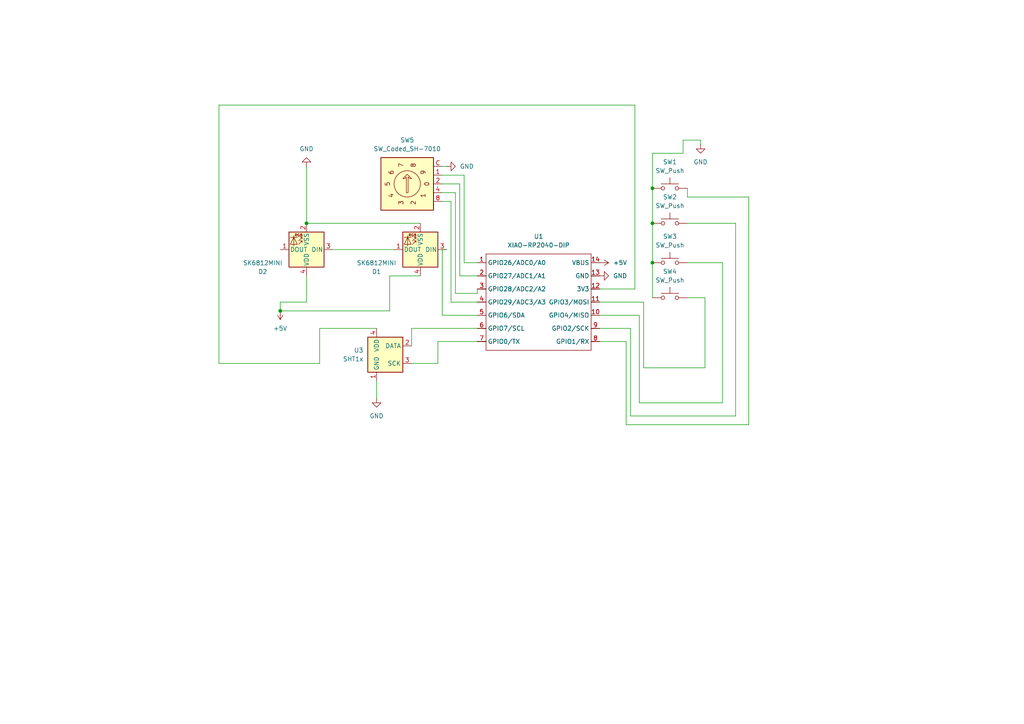
<source format=kicad_sch>
(kicad_sch
	(version 20250114)
	(generator "eeschema")
	(generator_version "9.0")
	(uuid "3b64f3d3-d1ce-470e-b686-868833528a99")
	(paper "A4")
	(lib_symbols
		(symbol "LED:SK6812MINI"
			(pin_names
				(offset 0.254)
			)
			(exclude_from_sim no)
			(in_bom yes)
			(on_board yes)
			(property "Reference" "D"
				(at 5.08 5.715 0)
				(effects
					(font
						(size 1.27 1.27)
					)
					(justify right bottom)
				)
			)
			(property "Value" "SK6812MINI"
				(at 1.27 -5.715 0)
				(effects
					(font
						(size 1.27 1.27)
					)
					(justify left top)
				)
			)
			(property "Footprint" "LED_SMD:LED_SK6812MINI_PLCC4_3.5x3.5mm_P1.75mm"
				(at 1.27 -7.62 0)
				(effects
					(font
						(size 1.27 1.27)
					)
					(justify left top)
					(hide yes)
				)
			)
			(property "Datasheet" "https://cdn-shop.adafruit.com/product-files/2686/SK6812MINI_REV.01-1-2.pdf"
				(at 2.54 -9.525 0)
				(effects
					(font
						(size 1.27 1.27)
					)
					(justify left top)
					(hide yes)
				)
			)
			(property "Description" "RGB LED with integrated controller"
				(at 0 0 0)
				(effects
					(font
						(size 1.27 1.27)
					)
					(hide yes)
				)
			)
			(property "ki_keywords" "RGB LED NeoPixel Mini addressable"
				(at 0 0 0)
				(effects
					(font
						(size 1.27 1.27)
					)
					(hide yes)
				)
			)
			(property "ki_fp_filters" "LED*SK6812MINI*PLCC*3.5x3.5mm*P1.75mm*"
				(at 0 0 0)
				(effects
					(font
						(size 1.27 1.27)
					)
					(hide yes)
				)
			)
			(symbol "SK6812MINI_0_0"
				(text "RGB"
					(at 2.286 -4.191 0)
					(effects
						(font
							(size 0.762 0.762)
						)
					)
				)
			)
			(symbol "SK6812MINI_0_1"
				(polyline
					(pts
						(xy 1.27 -2.54) (xy 1.778 -2.54)
					)
					(stroke
						(width 0)
						(type default)
					)
					(fill
						(type none)
					)
				)
				(polyline
					(pts
						(xy 1.27 -3.556) (xy 1.778 -3.556)
					)
					(stroke
						(width 0)
						(type default)
					)
					(fill
						(type none)
					)
				)
				(polyline
					(pts
						(xy 2.286 -1.524) (xy 1.27 -2.54) (xy 1.27 -2.032)
					)
					(stroke
						(width 0)
						(type default)
					)
					(fill
						(type none)
					)
				)
				(polyline
					(pts
						(xy 2.286 -2.54) (xy 1.27 -3.556) (xy 1.27 -3.048)
					)
					(stroke
						(width 0)
						(type default)
					)
					(fill
						(type none)
					)
				)
				(polyline
					(pts
						(xy 3.683 -1.016) (xy 3.683 -3.556) (xy 3.683 -4.064)
					)
					(stroke
						(width 0)
						(type default)
					)
					(fill
						(type none)
					)
				)
				(polyline
					(pts
						(xy 4.699 -1.524) (xy 2.667 -1.524) (xy 3.683 -3.556) (xy 4.699 -1.524)
					)
					(stroke
						(width 0)
						(type default)
					)
					(fill
						(type none)
					)
				)
				(polyline
					(pts
						(xy 4.699 -3.556) (xy 2.667 -3.556)
					)
					(stroke
						(width 0)
						(type default)
					)
					(fill
						(type none)
					)
				)
				(rectangle
					(start 5.08 5.08)
					(end -5.08 -5.08)
					(stroke
						(width 0.254)
						(type default)
					)
					(fill
						(type background)
					)
				)
			)
			(symbol "SK6812MINI_1_1"
				(pin input line
					(at -7.62 0 0)
					(length 2.54)
					(name "DIN"
						(effects
							(font
								(size 1.27 1.27)
							)
						)
					)
					(number "3"
						(effects
							(font
								(size 1.27 1.27)
							)
						)
					)
				)
				(pin power_in line
					(at 0 7.62 270)
					(length 2.54)
					(name "VDD"
						(effects
							(font
								(size 1.27 1.27)
							)
						)
					)
					(number "4"
						(effects
							(font
								(size 1.27 1.27)
							)
						)
					)
				)
				(pin power_in line
					(at 0 -7.62 90)
					(length 2.54)
					(name "VSS"
						(effects
							(font
								(size 1.27 1.27)
							)
						)
					)
					(number "2"
						(effects
							(font
								(size 1.27 1.27)
							)
						)
					)
				)
				(pin output line
					(at 7.62 0 180)
					(length 2.54)
					(name "DOUT"
						(effects
							(font
								(size 1.27 1.27)
							)
						)
					)
					(number "1"
						(effects
							(font
								(size 1.27 1.27)
							)
						)
					)
				)
			)
			(embedded_fonts no)
		)
		(symbol "OPL:XIAO-RP2040-DIP"
			(exclude_from_sim no)
			(in_bom yes)
			(on_board yes)
			(property "Reference" "U"
				(at 0 0 0)
				(effects
					(font
						(size 1.27 1.27)
					)
				)
			)
			(property "Value" "XIAO-RP2040-DIP"
				(at 5.334 -1.778 0)
				(effects
					(font
						(size 1.27 1.27)
					)
				)
			)
			(property "Footprint" "Module:MOUDLE14P-XIAO-DIP-SMD"
				(at 14.478 -32.258 0)
				(effects
					(font
						(size 1.27 1.27)
					)
					(hide yes)
				)
			)
			(property "Datasheet" ""
				(at 0 0 0)
				(effects
					(font
						(size 1.27 1.27)
					)
					(hide yes)
				)
			)
			(property "Description" ""
				(at 0 0 0)
				(effects
					(font
						(size 1.27 1.27)
					)
					(hide yes)
				)
			)
			(symbol "XIAO-RP2040-DIP_1_0"
				(polyline
					(pts
						(xy -1.27 -2.54) (xy 29.21 -2.54)
					)
					(stroke
						(width 0.1524)
						(type solid)
					)
					(fill
						(type none)
					)
				)
				(polyline
					(pts
						(xy -1.27 -5.08) (xy -2.54 -5.08)
					)
					(stroke
						(width 0.1524)
						(type solid)
					)
					(fill
						(type none)
					)
				)
				(polyline
					(pts
						(xy -1.27 -5.08) (xy -1.27 -2.54)
					)
					(stroke
						(width 0.1524)
						(type solid)
					)
					(fill
						(type none)
					)
				)
				(polyline
					(pts
						(xy -1.27 -8.89) (xy -2.54 -8.89)
					)
					(stroke
						(width 0.1524)
						(type solid)
					)
					(fill
						(type none)
					)
				)
				(polyline
					(pts
						(xy -1.27 -8.89) (xy -1.27 -5.08)
					)
					(stroke
						(width 0.1524)
						(type solid)
					)
					(fill
						(type none)
					)
				)
				(polyline
					(pts
						(xy -1.27 -12.7) (xy -2.54 -12.7)
					)
					(stroke
						(width 0.1524)
						(type solid)
					)
					(fill
						(type none)
					)
				)
				(polyline
					(pts
						(xy -1.27 -12.7) (xy -1.27 -8.89)
					)
					(stroke
						(width 0.1524)
						(type solid)
					)
					(fill
						(type none)
					)
				)
				(polyline
					(pts
						(xy -1.27 -16.51) (xy -2.54 -16.51)
					)
					(stroke
						(width 0.1524)
						(type solid)
					)
					(fill
						(type none)
					)
				)
				(polyline
					(pts
						(xy -1.27 -16.51) (xy -1.27 -12.7)
					)
					(stroke
						(width 0.1524)
						(type solid)
					)
					(fill
						(type none)
					)
				)
				(polyline
					(pts
						(xy -1.27 -20.32) (xy -2.54 -20.32)
					)
					(stroke
						(width 0.1524)
						(type solid)
					)
					(fill
						(type none)
					)
				)
				(polyline
					(pts
						(xy -1.27 -24.13) (xy -2.54 -24.13)
					)
					(stroke
						(width 0.1524)
						(type solid)
					)
					(fill
						(type none)
					)
				)
				(polyline
					(pts
						(xy -1.27 -27.94) (xy -2.54 -27.94)
					)
					(stroke
						(width 0.1524)
						(type solid)
					)
					(fill
						(type none)
					)
				)
				(polyline
					(pts
						(xy -1.27 -30.48) (xy -1.27 -16.51)
					)
					(stroke
						(width 0.1524)
						(type solid)
					)
					(fill
						(type none)
					)
				)
				(polyline
					(pts
						(xy 29.21 -2.54) (xy 29.21 -5.08)
					)
					(stroke
						(width 0.1524)
						(type solid)
					)
					(fill
						(type none)
					)
				)
				(polyline
					(pts
						(xy 29.21 -5.08) (xy 29.21 -8.89)
					)
					(stroke
						(width 0.1524)
						(type solid)
					)
					(fill
						(type none)
					)
				)
				(polyline
					(pts
						(xy 29.21 -8.89) (xy 29.21 -12.7)
					)
					(stroke
						(width 0.1524)
						(type solid)
					)
					(fill
						(type none)
					)
				)
				(polyline
					(pts
						(xy 29.21 -12.7) (xy 29.21 -30.48)
					)
					(stroke
						(width 0.1524)
						(type solid)
					)
					(fill
						(type none)
					)
				)
				(polyline
					(pts
						(xy 29.21 -30.48) (xy -1.27 -30.48)
					)
					(stroke
						(width 0.1524)
						(type solid)
					)
					(fill
						(type none)
					)
				)
				(polyline
					(pts
						(xy 30.48 -5.08) (xy 29.21 -5.08)
					)
					(stroke
						(width 0.1524)
						(type solid)
					)
					(fill
						(type none)
					)
				)
				(polyline
					(pts
						(xy 30.48 -8.89) (xy 29.21 -8.89)
					)
					(stroke
						(width 0.1524)
						(type solid)
					)
					(fill
						(type none)
					)
				)
				(polyline
					(pts
						(xy 30.48 -12.7) (xy 29.21 -12.7)
					)
					(stroke
						(width 0.1524)
						(type solid)
					)
					(fill
						(type none)
					)
				)
				(polyline
					(pts
						(xy 30.48 -16.51) (xy 29.21 -16.51)
					)
					(stroke
						(width 0.1524)
						(type solid)
					)
					(fill
						(type none)
					)
				)
				(polyline
					(pts
						(xy 30.48 -20.32) (xy 29.21 -20.32)
					)
					(stroke
						(width 0.1524)
						(type solid)
					)
					(fill
						(type none)
					)
				)
				(polyline
					(pts
						(xy 30.48 -24.13) (xy 29.21 -24.13)
					)
					(stroke
						(width 0.1524)
						(type solid)
					)
					(fill
						(type none)
					)
				)
				(polyline
					(pts
						(xy 30.48 -27.94) (xy 29.21 -27.94)
					)
					(stroke
						(width 0.1524)
						(type solid)
					)
					(fill
						(type none)
					)
				)
				(pin passive line
					(at -3.81 -5.08 0)
					(length 2.54)
					(name "GPIO26/ADC0/A0"
						(effects
							(font
								(size 1.27 1.27)
							)
						)
					)
					(number "1"
						(effects
							(font
								(size 1.27 1.27)
							)
						)
					)
				)
				(pin passive line
					(at -3.81 -8.89 0)
					(length 2.54)
					(name "GPIO27/ADC1/A1"
						(effects
							(font
								(size 1.27 1.27)
							)
						)
					)
					(number "2"
						(effects
							(font
								(size 1.27 1.27)
							)
						)
					)
				)
				(pin passive line
					(at -3.81 -12.7 0)
					(length 2.54)
					(name "GPIO28/ADC2/A2"
						(effects
							(font
								(size 1.27 1.27)
							)
						)
					)
					(number "3"
						(effects
							(font
								(size 1.27 1.27)
							)
						)
					)
				)
				(pin passive line
					(at -3.81 -16.51 0)
					(length 2.54)
					(name "GPIO29/ADC3/A3"
						(effects
							(font
								(size 1.27 1.27)
							)
						)
					)
					(number "4"
						(effects
							(font
								(size 1.27 1.27)
							)
						)
					)
				)
				(pin passive line
					(at -3.81 -20.32 0)
					(length 2.54)
					(name "GPIO6/SDA"
						(effects
							(font
								(size 1.27 1.27)
							)
						)
					)
					(number "5"
						(effects
							(font
								(size 1.27 1.27)
							)
						)
					)
				)
				(pin passive line
					(at -3.81 -24.13 0)
					(length 2.54)
					(name "GPIO7/SCL"
						(effects
							(font
								(size 1.27 1.27)
							)
						)
					)
					(number "6"
						(effects
							(font
								(size 1.27 1.27)
							)
						)
					)
				)
				(pin passive line
					(at -3.81 -27.94 0)
					(length 2.54)
					(name "GPIO0/TX"
						(effects
							(font
								(size 1.27 1.27)
							)
						)
					)
					(number "7"
						(effects
							(font
								(size 1.27 1.27)
							)
						)
					)
				)
				(pin passive line
					(at 31.75 -5.08 180)
					(length 2.54)
					(name "VBUS"
						(effects
							(font
								(size 1.27 1.27)
							)
						)
					)
					(number "14"
						(effects
							(font
								(size 1.27 1.27)
							)
						)
					)
				)
				(pin passive line
					(at 31.75 -8.89 180)
					(length 2.54)
					(name "GND"
						(effects
							(font
								(size 1.27 1.27)
							)
						)
					)
					(number "13"
						(effects
							(font
								(size 1.27 1.27)
							)
						)
					)
				)
				(pin passive line
					(at 31.75 -12.7 180)
					(length 2.54)
					(name "3V3"
						(effects
							(font
								(size 1.27 1.27)
							)
						)
					)
					(number "12"
						(effects
							(font
								(size 1.27 1.27)
							)
						)
					)
				)
				(pin passive line
					(at 31.75 -16.51 180)
					(length 2.54)
					(name "GPIO3/MOSI"
						(effects
							(font
								(size 1.27 1.27)
							)
						)
					)
					(number "11"
						(effects
							(font
								(size 1.27 1.27)
							)
						)
					)
				)
				(pin passive line
					(at 31.75 -20.32 180)
					(length 2.54)
					(name "GPIO4/MISO"
						(effects
							(font
								(size 1.27 1.27)
							)
						)
					)
					(number "10"
						(effects
							(font
								(size 1.27 1.27)
							)
						)
					)
				)
				(pin passive line
					(at 31.75 -24.13 180)
					(length 2.54)
					(name "GPIO2/SCK"
						(effects
							(font
								(size 1.27 1.27)
							)
						)
					)
					(number "9"
						(effects
							(font
								(size 1.27 1.27)
							)
						)
					)
				)
				(pin passive line
					(at 31.75 -27.94 180)
					(length 2.54)
					(name "GPIO1/RX"
						(effects
							(font
								(size 1.27 1.27)
							)
						)
					)
					(number "8"
						(effects
							(font
								(size 1.27 1.27)
							)
						)
					)
				)
			)
			(embedded_fonts no)
		)
		(symbol "Sensor:SHT1x"
			(exclude_from_sim no)
			(in_bom yes)
			(on_board yes)
			(property "Reference" "U"
				(at 3.81 6.35 0)
				(effects
					(font
						(size 1.27 1.27)
					)
				)
			)
			(property "Value" "SHT1x"
				(at 2.54 -6.35 0)
				(effects
					(font
						(size 1.27 1.27)
					)
				)
			)
			(property "Footprint" "Sensor:SHT1x"
				(at 3.81 6.35 0)
				(effects
					(font
						(size 1.27 1.27)
					)
					(hide yes)
				)
			)
			(property "Datasheet" "https://www.sensirion.com/fileadmin/user_upload/customers/sensirion/Dokumente/0_Datasheets/Humidity/Sensirion_Humidity_Sensors_SHT1x_Datasheet.pdf"
				(at 3.81 6.35 0)
				(effects
					(font
						(size 1.27 1.27)
					)
					(hide yes)
				)
			)
			(property "Description" "Temperature and humidity module"
				(at 0 0 0)
				(effects
					(font
						(size 1.27 1.27)
					)
					(hide yes)
				)
			)
			(property "ki_keywords" "digital temperature humidity sensor"
				(at 0 0 0)
				(effects
					(font
						(size 1.27 1.27)
					)
					(hide yes)
				)
			)
			(property "ki_fp_filters" "SHT1x*"
				(at 0 0 0)
				(effects
					(font
						(size 1.27 1.27)
					)
					(hide yes)
				)
			)
			(symbol "SHT1x_0_1"
				(rectangle
					(start -5.08 5.08)
					(end 5.08 -5.08)
					(stroke
						(width 0.254)
						(type default)
					)
					(fill
						(type background)
					)
				)
			)
			(symbol "SHT1x_1_1"
				(pin power_in line
					(at -2.54 7.62 270)
					(length 2.54)
					(name "VDD"
						(effects
							(font
								(size 1.27 1.27)
							)
						)
					)
					(number "4"
						(effects
							(font
								(size 1.27 1.27)
							)
						)
					)
				)
				(pin power_in line
					(at -2.54 -7.62 90)
					(length 2.54)
					(name "GND"
						(effects
							(font
								(size 1.27 1.27)
							)
						)
					)
					(number "1"
						(effects
							(font
								(size 1.27 1.27)
							)
						)
					)
				)
				(pin bidirectional line
					(at 7.62 2.54 180)
					(length 2.54)
					(name "DATA"
						(effects
							(font
								(size 1.27 1.27)
							)
						)
					)
					(number "2"
						(effects
							(font
								(size 1.27 1.27)
							)
						)
					)
				)
				(pin input line
					(at 7.62 -2.54 180)
					(length 2.54)
					(name "SCK"
						(effects
							(font
								(size 1.27 1.27)
							)
						)
					)
					(number "3"
						(effects
							(font
								(size 1.27 1.27)
							)
						)
					)
				)
			)
			(embedded_fonts no)
		)
		(symbol "Switch:SW_Coded_SH-7010"
			(pin_names
				(hide yes)
			)
			(exclude_from_sim no)
			(in_bom yes)
			(on_board yes)
			(property "Reference" "SW"
				(at -7.62 8.89 0)
				(effects
					(font
						(size 1.27 1.27)
					)
					(justify left)
				)
			)
			(property "Value" "SW_Coded_SH-7010"
				(at -7.62 -8.89 0)
				(effects
					(font
						(size 1.27 1.27)
					)
					(justify left)
				)
			)
			(property "Footprint" ""
				(at -7.62 -11.43 0)
				(effects
					(font
						(size 1.27 1.27)
					)
					(justify left)
					(hide yes)
				)
			)
			(property "Datasheet" "https://www.nidec-copal-electronics.com/e/catalog/switch/sh-7000.pdf"
				(at 0 0 0)
				(effects
					(font
						(size 1.27 1.27)
					)
					(hide yes)
				)
			)
			(property "Description" "Rotary switch, 4-bit encoding, 10 positions, Real code"
				(at 0 0 0)
				(effects
					(font
						(size 1.27 1.27)
					)
					(hide yes)
				)
			)
			(property "ki_keywords" "rotary bcd Real"
				(at 0 0 0)
				(effects
					(font
						(size 1.27 1.27)
					)
					(hide yes)
				)
			)
			(property "ki_fp_filters" "Nidec*Copal*SH*7010*"
				(at 0 0 0)
				(effects
					(font
						(size 1.27 1.27)
					)
					(hide yes)
				)
			)
			(symbol "SW_Coded_SH-7010_0_0"
				(text "5"
					(at -5.715 0 900)
					(effects
						(font
							(size 1.27 1.27)
						)
					)
				)
				(text "6"
					(at -4.6228 3.3528 540)
					(effects
						(font
							(size 1.27 1.27)
						)
					)
				)
				(text "4"
					(at -4.6228 -3.3528 1260)
					(effects
						(font
							(size 1.27 1.27)
						)
					)
				)
				(text "7"
					(at -1.778 5.4356 180)
					(effects
						(font
							(size 1.27 1.27)
						)
					)
				)
				(text "3"
					(at -1.778 -5.4356 1620)
					(effects
						(font
							(size 1.27 1.27)
						)
					)
				)
				(text "8"
					(at 1.778 5.4356 3420)
					(effects
						(font
							(size 1.27 1.27)
						)
					)
				)
				(text "2"
					(at 1.778 -5.4356 1980)
					(effects
						(font
							(size 1.27 1.27)
						)
					)
				)
				(text "9"
					(at 4.6228 3.3528 3060)
					(effects
						(font
							(size 1.27 1.27)
						)
					)
				)
				(text "1"
					(at 4.6228 -3.3528 2340)
					(effects
						(font
							(size 1.27 1.27)
						)
					)
				)
				(text "0"
					(at 5.715 0 2700)
					(effects
						(font
							(size 1.27 1.27)
						)
					)
				)
			)
			(symbol "SW_Coded_SH-7010_0_1"
				(polyline
					(pts
						(xy -0.254 -2.54) (xy -0.254 2.032) (xy -0.762 1.524) (xy -1.27 1.524) (xy 0 2.794) (xy 1.27 1.524)
						(xy 0.762 1.524) (xy 0.254 2.032) (xy 0.254 -2.54) (xy -0.254 -2.54) (xy -0.254 -2.54)
					)
					(stroke
						(width 0)
						(type default)
					)
					(fill
						(type none)
					)
				)
				(circle
					(center 0 0)
					(radius 3.81)
					(stroke
						(width 0)
						(type default)
					)
					(fill
						(type none)
					)
				)
				(rectangle
					(start 7.62 7.62)
					(end -7.62 -7.62)
					(stroke
						(width 0.254)
						(type default)
					)
					(fill
						(type background)
					)
				)
			)
			(symbol "SW_Coded_SH-7010_1_1"
				(pin passive line
					(at 10.16 5.08 180)
					(length 2.54)
					(name "C"
						(effects
							(font
								(size 1.27 1.27)
							)
						)
					)
					(number "C"
						(effects
							(font
								(size 1.27 1.27)
							)
						)
					)
				)
				(pin passive line
					(at 10.16 2.54 180)
					(length 2.54)
					(name "1"
						(effects
							(font
								(size 1.27 1.27)
							)
						)
					)
					(number "1"
						(effects
							(font
								(size 1.27 1.27)
							)
						)
					)
				)
				(pin passive line
					(at 10.16 0 180)
					(length 2.54)
					(name "2"
						(effects
							(font
								(size 1.27 1.27)
							)
						)
					)
					(number "2"
						(effects
							(font
								(size 1.27 1.27)
							)
						)
					)
				)
				(pin passive line
					(at 10.16 -2.54 180)
					(length 2.54)
					(name "4"
						(effects
							(font
								(size 1.27 1.27)
							)
						)
					)
					(number "4"
						(effects
							(font
								(size 1.27 1.27)
							)
						)
					)
				)
				(pin passive line
					(at 10.16 -5.08 180)
					(length 2.54)
					(name "8"
						(effects
							(font
								(size 1.27 1.27)
							)
						)
					)
					(number "8"
						(effects
							(font
								(size 1.27 1.27)
							)
						)
					)
				)
			)
			(embedded_fonts no)
		)
		(symbol "Switch:SW_Push"
			(pin_numbers
				(hide yes)
			)
			(pin_names
				(offset 1.016)
				(hide yes)
			)
			(exclude_from_sim no)
			(in_bom yes)
			(on_board yes)
			(property "Reference" "SW"
				(at 1.27 2.54 0)
				(effects
					(font
						(size 1.27 1.27)
					)
					(justify left)
				)
			)
			(property "Value" "SW_Push"
				(at 0 -1.524 0)
				(effects
					(font
						(size 1.27 1.27)
					)
				)
			)
			(property "Footprint" ""
				(at 0 5.08 0)
				(effects
					(font
						(size 1.27 1.27)
					)
					(hide yes)
				)
			)
			(property "Datasheet" "~"
				(at 0 5.08 0)
				(effects
					(font
						(size 1.27 1.27)
					)
					(hide yes)
				)
			)
			(property "Description" "Push button switch, generic, two pins"
				(at 0 0 0)
				(effects
					(font
						(size 1.27 1.27)
					)
					(hide yes)
				)
			)
			(property "ki_keywords" "switch normally-open pushbutton push-button"
				(at 0 0 0)
				(effects
					(font
						(size 1.27 1.27)
					)
					(hide yes)
				)
			)
			(symbol "SW_Push_0_1"
				(circle
					(center -2.032 0)
					(radius 0.508)
					(stroke
						(width 0)
						(type default)
					)
					(fill
						(type none)
					)
				)
				(polyline
					(pts
						(xy 0 1.27) (xy 0 3.048)
					)
					(stroke
						(width 0)
						(type default)
					)
					(fill
						(type none)
					)
				)
				(circle
					(center 2.032 0)
					(radius 0.508)
					(stroke
						(width 0)
						(type default)
					)
					(fill
						(type none)
					)
				)
				(polyline
					(pts
						(xy 2.54 1.27) (xy -2.54 1.27)
					)
					(stroke
						(width 0)
						(type default)
					)
					(fill
						(type none)
					)
				)
				(pin passive line
					(at -5.08 0 0)
					(length 2.54)
					(name "1"
						(effects
							(font
								(size 1.27 1.27)
							)
						)
					)
					(number "1"
						(effects
							(font
								(size 1.27 1.27)
							)
						)
					)
				)
				(pin passive line
					(at 5.08 0 180)
					(length 2.54)
					(name "2"
						(effects
							(font
								(size 1.27 1.27)
							)
						)
					)
					(number "2"
						(effects
							(font
								(size 1.27 1.27)
							)
						)
					)
				)
			)
			(embedded_fonts no)
		)
		(symbol "power:+5V"
			(power)
			(pin_numbers
				(hide yes)
			)
			(pin_names
				(offset 0)
				(hide yes)
			)
			(exclude_from_sim no)
			(in_bom yes)
			(on_board yes)
			(property "Reference" "#PWR"
				(at 0 -3.81 0)
				(effects
					(font
						(size 1.27 1.27)
					)
					(hide yes)
				)
			)
			(property "Value" "+5V"
				(at 0 3.556 0)
				(effects
					(font
						(size 1.27 1.27)
					)
				)
			)
			(property "Footprint" ""
				(at 0 0 0)
				(effects
					(font
						(size 1.27 1.27)
					)
					(hide yes)
				)
			)
			(property "Datasheet" ""
				(at 0 0 0)
				(effects
					(font
						(size 1.27 1.27)
					)
					(hide yes)
				)
			)
			(property "Description" "Power symbol creates a global label with name \"+5V\""
				(at 0 0 0)
				(effects
					(font
						(size 1.27 1.27)
					)
					(hide yes)
				)
			)
			(property "ki_keywords" "global power"
				(at 0 0 0)
				(effects
					(font
						(size 1.27 1.27)
					)
					(hide yes)
				)
			)
			(symbol "+5V_0_1"
				(polyline
					(pts
						(xy -0.762 1.27) (xy 0 2.54)
					)
					(stroke
						(width 0)
						(type default)
					)
					(fill
						(type none)
					)
				)
				(polyline
					(pts
						(xy 0 2.54) (xy 0.762 1.27)
					)
					(stroke
						(width 0)
						(type default)
					)
					(fill
						(type none)
					)
				)
				(polyline
					(pts
						(xy 0 0) (xy 0 2.54)
					)
					(stroke
						(width 0)
						(type default)
					)
					(fill
						(type none)
					)
				)
			)
			(symbol "+5V_1_1"
				(pin power_in line
					(at 0 0 90)
					(length 0)
					(name "~"
						(effects
							(font
								(size 1.27 1.27)
							)
						)
					)
					(number "1"
						(effects
							(font
								(size 1.27 1.27)
							)
						)
					)
				)
			)
			(embedded_fonts no)
		)
		(symbol "power:GND"
			(power)
			(pin_numbers
				(hide yes)
			)
			(pin_names
				(offset 0)
				(hide yes)
			)
			(exclude_from_sim no)
			(in_bom yes)
			(on_board yes)
			(property "Reference" "#PWR"
				(at 0 -6.35 0)
				(effects
					(font
						(size 1.27 1.27)
					)
					(hide yes)
				)
			)
			(property "Value" "GND"
				(at 0 -3.81 0)
				(effects
					(font
						(size 1.27 1.27)
					)
				)
			)
			(property "Footprint" ""
				(at 0 0 0)
				(effects
					(font
						(size 1.27 1.27)
					)
					(hide yes)
				)
			)
			(property "Datasheet" ""
				(at 0 0 0)
				(effects
					(font
						(size 1.27 1.27)
					)
					(hide yes)
				)
			)
			(property "Description" "Power symbol creates a global label with name \"GND\" , ground"
				(at 0 0 0)
				(effects
					(font
						(size 1.27 1.27)
					)
					(hide yes)
				)
			)
			(property "ki_keywords" "global power"
				(at 0 0 0)
				(effects
					(font
						(size 1.27 1.27)
					)
					(hide yes)
				)
			)
			(symbol "GND_0_1"
				(polyline
					(pts
						(xy 0 0) (xy 0 -1.27) (xy 1.27 -1.27) (xy 0 -2.54) (xy -1.27 -1.27) (xy 0 -1.27)
					)
					(stroke
						(width 0)
						(type default)
					)
					(fill
						(type none)
					)
				)
			)
			(symbol "GND_1_1"
				(pin power_in line
					(at 0 0 270)
					(length 0)
					(name "~"
						(effects
							(font
								(size 1.27 1.27)
							)
						)
					)
					(number "1"
						(effects
							(font
								(size 1.27 1.27)
							)
						)
					)
				)
			)
			(embedded_fonts no)
		)
	)
	(junction
		(at 81.28 90.17)
		(diameter 0)
		(color 0 0 0 0)
		(uuid "180503d7-3f80-49ab-89a4-fa470e00b27c")
	)
	(junction
		(at 88.9 64.77)
		(diameter 0)
		(color 0 0 0 0)
		(uuid "2c67404a-ce44-43d5-a21d-d3b9f94dee80")
	)
	(junction
		(at 189.23 64.77)
		(diameter 0)
		(color 0 0 0 0)
		(uuid "7b33e803-e106-4ecb-9f6a-685784e14fbb")
	)
	(junction
		(at 189.23 54.61)
		(diameter 0)
		(color 0 0 0 0)
		(uuid "8f282369-397c-4d49-b286-4d0d0682a63e")
	)
	(junction
		(at 189.23 76.2)
		(diameter 0)
		(color 0 0 0 0)
		(uuid "9f75e3f7-c5ef-4eae-96bc-1280bce5a0ba")
	)
	(wire
		(pts
			(xy 121.92 64.77) (xy 88.9 64.77)
		)
		(stroke
			(width 0)
			(type default)
		)
		(uuid "0116cff6-8b27-4356-9886-b20c596a491b")
	)
	(wire
		(pts
			(xy 182.88 120.65) (xy 182.88 95.25)
		)
		(stroke
			(width 0)
			(type default)
		)
		(uuid "02094b4b-a49f-46e5-8486-16db8c3751a3")
	)
	(wire
		(pts
			(xy 199.39 57.15) (xy 217.17 57.15)
		)
		(stroke
			(width 0)
			(type default)
		)
		(uuid "027a9015-0e90-4054-a04b-0311a607eb06")
	)
	(wire
		(pts
			(xy 181.61 99.06) (xy 173.99 99.06)
		)
		(stroke
			(width 0)
			(type default)
		)
		(uuid "05ce6113-4bb6-4ebe-8cf2-2fb5b2d57a4b")
	)
	(wire
		(pts
			(xy 185.42 116.84) (xy 185.42 91.44)
		)
		(stroke
			(width 0)
			(type default)
		)
		(uuid "067165a0-9a38-42d6-be15-57ccd26ee69d")
	)
	(wire
		(pts
			(xy 204.47 106.68) (xy 186.69 106.68)
		)
		(stroke
			(width 0)
			(type default)
		)
		(uuid "0b9e7d18-2ecd-4e89-8f0e-8bec0f7a0a28")
	)
	(wire
		(pts
			(xy 128.27 55.88) (xy 132.08 55.88)
		)
		(stroke
			(width 0)
			(type default)
		)
		(uuid "0dbe5a62-7acf-48e6-bfd6-64b5debeca50")
	)
	(wire
		(pts
			(xy 203.2 40.64) (xy 203.2 41.91)
		)
		(stroke
			(width 0)
			(type default)
		)
		(uuid "0f6534a7-54da-41f4-9eaa-42292ab1f23c")
	)
	(wire
		(pts
			(xy 199.39 64.77) (xy 213.36 64.77)
		)
		(stroke
			(width 0)
			(type default)
		)
		(uuid "13384ddd-3d69-4e26-9a69-049803191fc0")
	)
	(wire
		(pts
			(xy 173.99 83.82) (xy 184.15 83.82)
		)
		(stroke
			(width 0)
			(type default)
		)
		(uuid "13826246-1386-42c1-b7dd-7575ce94c0d0")
	)
	(wire
		(pts
			(xy 138.43 95.25) (xy 119.38 95.25)
		)
		(stroke
			(width 0)
			(type default)
		)
		(uuid "17e2dd79-09ff-45de-ad46-423d080f002d")
	)
	(wire
		(pts
			(xy 138.43 99.06) (xy 127 99.06)
		)
		(stroke
			(width 0)
			(type default)
		)
		(uuid "25796c72-51df-4b96-ab1b-7372657329d2")
	)
	(wire
		(pts
			(xy 132.08 55.88) (xy 132.08 85.09)
		)
		(stroke
			(width 0)
			(type default)
		)
		(uuid "2812447e-98ed-47cc-9101-ff8d9afaa2d8")
	)
	(wire
		(pts
			(xy 185.42 91.44) (xy 173.99 91.44)
		)
		(stroke
			(width 0)
			(type default)
		)
		(uuid "2faafb7a-5d63-4911-a939-4a8c2d4850ba")
	)
	(wire
		(pts
			(xy 81.28 87.63) (xy 81.28 90.17)
		)
		(stroke
			(width 0)
			(type default)
		)
		(uuid "324d0764-bede-40fa-a9ed-b9996081c4ce")
	)
	(wire
		(pts
			(xy 217.17 57.15) (xy 217.17 123.19)
		)
		(stroke
			(width 0)
			(type default)
		)
		(uuid "34198597-5f91-406e-9b60-029551c46277")
	)
	(wire
		(pts
			(xy 217.17 123.19) (xy 181.61 123.19)
		)
		(stroke
			(width 0)
			(type default)
		)
		(uuid "36d968f0-255a-4dc2-ad92-bf2e8781cada")
	)
	(wire
		(pts
			(xy 133.35 80.01) (xy 138.43 80.01)
		)
		(stroke
			(width 0)
			(type default)
		)
		(uuid "3904c0f4-4660-4783-96f8-2ce0c0f774fd")
	)
	(wire
		(pts
			(xy 128.27 91.44) (xy 138.43 91.44)
		)
		(stroke
			(width 0)
			(type default)
		)
		(uuid "3eca8b9b-9c0a-44fe-b4da-e52f1f214c48")
	)
	(wire
		(pts
			(xy 63.5 30.48) (xy 184.15 30.48)
		)
		(stroke
			(width 0)
			(type default)
		)
		(uuid "42435df6-9543-418b-b4e8-bf2ed2b56770")
	)
	(wire
		(pts
			(xy 181.61 123.19) (xy 181.61 99.06)
		)
		(stroke
			(width 0)
			(type default)
		)
		(uuid "4952a2b8-88be-4f87-8968-e957e8b8456b")
	)
	(wire
		(pts
			(xy 121.92 80.01) (xy 113.03 80.01)
		)
		(stroke
			(width 0)
			(type default)
		)
		(uuid "4bd01ae2-7bfd-43da-b2b2-5e1b8214e6c1")
	)
	(wire
		(pts
			(xy 209.55 76.2) (xy 209.55 116.84)
		)
		(stroke
			(width 0)
			(type default)
		)
		(uuid "4d309cb0-057f-45ae-9c66-d617bb61fd59")
	)
	(wire
		(pts
			(xy 186.69 106.68) (xy 186.69 87.63)
		)
		(stroke
			(width 0)
			(type default)
		)
		(uuid "52d62de0-9a99-4564-b5cd-f098febb0021")
	)
	(wire
		(pts
			(xy 199.39 57.15) (xy 199.39 54.61)
		)
		(stroke
			(width 0)
			(type default)
		)
		(uuid "53688c7a-515d-488a-9287-892beb1b32c0")
	)
	(wire
		(pts
			(xy 128.27 50.8) (xy 134.62 50.8)
		)
		(stroke
			(width 0)
			(type default)
		)
		(uuid "5b5f46d2-a15e-4a64-84c6-934cd505d1fe")
	)
	(wire
		(pts
			(xy 198.12 44.45) (xy 198.12 40.64)
		)
		(stroke
			(width 0)
			(type default)
		)
		(uuid "6558af38-45cd-4057-99e8-991b24bc081f")
	)
	(wire
		(pts
			(xy 134.62 76.2) (xy 138.43 76.2)
		)
		(stroke
			(width 0)
			(type default)
		)
		(uuid "6682daee-6ab4-403f-9b02-9582ad0868fc")
	)
	(wire
		(pts
			(xy 109.22 110.49) (xy 109.22 115.57)
		)
		(stroke
			(width 0)
			(type default)
		)
		(uuid "6c413b8e-78ce-4666-b1ad-d95c64f94ce2")
	)
	(wire
		(pts
			(xy 88.9 80.01) (xy 88.9 87.63)
		)
		(stroke
			(width 0)
			(type default)
		)
		(uuid "6cc7d38d-b22d-4523-8523-41c0fefde99d")
	)
	(wire
		(pts
			(xy 63.5 30.48) (xy 63.5 105.41)
		)
		(stroke
			(width 0)
			(type default)
		)
		(uuid "72b47914-74f8-4111-b40b-5212a0b67123")
	)
	(wire
		(pts
			(xy 114.3 72.39) (xy 96.52 72.39)
		)
		(stroke
			(width 0)
			(type default)
		)
		(uuid "730718fd-db8c-4fc8-9831-1fde0731d54d")
	)
	(wire
		(pts
			(xy 88.9 48.26) (xy 88.9 64.77)
		)
		(stroke
			(width 0)
			(type default)
		)
		(uuid "7d9982a0-5dc8-45cf-897a-7d20ad385094")
	)
	(wire
		(pts
			(xy 134.62 50.8) (xy 134.62 76.2)
		)
		(stroke
			(width 0)
			(type default)
		)
		(uuid "7f9eab6d-b824-4abd-8784-a0a8b421773d")
	)
	(wire
		(pts
			(xy 189.23 64.77) (xy 189.23 76.2)
		)
		(stroke
			(width 0)
			(type default)
		)
		(uuid "7ff6c363-0f34-4762-a7c9-4e69a58528e1")
	)
	(wire
		(pts
			(xy 128.27 91.44) (xy 128.27 72.39)
		)
		(stroke
			(width 0)
			(type default)
		)
		(uuid "85cb0a4e-9b23-4a79-8b65-0a7a7854486b")
	)
	(wire
		(pts
			(xy 128.27 53.34) (xy 133.35 53.34)
		)
		(stroke
			(width 0)
			(type default)
		)
		(uuid "86623894-1774-4155-a7a5-86e20026939c")
	)
	(wire
		(pts
			(xy 113.03 90.17) (xy 81.28 90.17)
		)
		(stroke
			(width 0)
			(type default)
		)
		(uuid "897d8665-fad5-45bc-87e7-48d254f25b2a")
	)
	(wire
		(pts
			(xy 92.71 95.25) (xy 109.22 95.25)
		)
		(stroke
			(width 0)
			(type default)
		)
		(uuid "89cdd8fa-55ed-49dc-abfd-991d4ed80aca")
	)
	(wire
		(pts
			(xy 198.12 40.64) (xy 203.2 40.64)
		)
		(stroke
			(width 0)
			(type default)
		)
		(uuid "8a4589cb-4852-4856-889c-df1ea141f02e")
	)
	(wire
		(pts
			(xy 186.69 87.63) (xy 173.99 87.63)
		)
		(stroke
			(width 0)
			(type default)
		)
		(uuid "8bbaea9c-a33d-45fa-9233-71a505c38e1f")
	)
	(wire
		(pts
			(xy 213.36 120.65) (xy 182.88 120.65)
		)
		(stroke
			(width 0)
			(type default)
		)
		(uuid "8fe10bf2-3c9d-46ba-beed-45452f87b311")
	)
	(wire
		(pts
			(xy 128.27 58.42) (xy 130.81 58.42)
		)
		(stroke
			(width 0)
			(type default)
		)
		(uuid "9d901c85-488b-4f62-88c8-6100f00a4126")
	)
	(wire
		(pts
			(xy 127 105.41) (xy 119.38 105.41)
		)
		(stroke
			(width 0)
			(type default)
		)
		(uuid "a1de91f6-7be7-4cb5-927c-f1ec975fc30c")
	)
	(wire
		(pts
			(xy 189.23 44.45) (xy 189.23 54.61)
		)
		(stroke
			(width 0)
			(type default)
		)
		(uuid "aa7a082f-5ff4-4452-976a-8e34e4d884d9")
	)
	(wire
		(pts
			(xy 138.43 85.09) (xy 138.43 83.82)
		)
		(stroke
			(width 0)
			(type default)
		)
		(uuid "ab93ddd3-621a-4b5d-83c0-d557368a2811")
	)
	(wire
		(pts
			(xy 88.9 87.63) (xy 81.28 87.63)
		)
		(stroke
			(width 0)
			(type default)
		)
		(uuid "b5a8f3c2-3dc6-4103-924a-d90a85f84781")
	)
	(wire
		(pts
			(xy 213.36 64.77) (xy 213.36 120.65)
		)
		(stroke
			(width 0)
			(type default)
		)
		(uuid "b96b42be-ede9-414a-a97c-19bfb0d5b588")
	)
	(wire
		(pts
			(xy 127 99.06) (xy 127 105.41)
		)
		(stroke
			(width 0)
			(type default)
		)
		(uuid "c03a9788-9a4d-41b6-8613-5c7fb6ac706c")
	)
	(wire
		(pts
			(xy 132.08 85.09) (xy 138.43 85.09)
		)
		(stroke
			(width 0)
			(type default)
		)
		(uuid "c473cfe1-940c-4163-8b66-61cdc1ef4887")
	)
	(wire
		(pts
			(xy 189.23 76.2) (xy 189.23 86.36)
		)
		(stroke
			(width 0)
			(type default)
		)
		(uuid "c7be6ed9-d5e3-4942-840e-e00fba894c71")
	)
	(wire
		(pts
			(xy 173.99 95.25) (xy 182.88 95.25)
		)
		(stroke
			(width 0)
			(type default)
		)
		(uuid "c7c3fa16-3c09-4905-832e-c5d43459a961")
	)
	(wire
		(pts
			(xy 128.27 72.39) (xy 129.54 72.39)
		)
		(stroke
			(width 0)
			(type default)
		)
		(uuid "c96e630b-c0fa-4bba-800f-cb764496f96f")
	)
	(wire
		(pts
			(xy 184.15 30.48) (xy 184.15 83.82)
		)
		(stroke
			(width 0)
			(type default)
		)
		(uuid "c9e1a0b5-7c37-4e32-9a2a-df7aaba57211")
	)
	(wire
		(pts
			(xy 204.47 86.36) (xy 204.47 106.68)
		)
		(stroke
			(width 0)
			(type default)
		)
		(uuid "cdf982ae-7199-49a4-91e3-2833af6a9909")
	)
	(wire
		(pts
			(xy 92.71 105.41) (xy 92.71 95.25)
		)
		(stroke
			(width 0)
			(type default)
		)
		(uuid "d169cc62-ac52-4f5b-addf-611f7d78523a")
	)
	(wire
		(pts
			(xy 130.81 87.63) (xy 138.43 87.63)
		)
		(stroke
			(width 0)
			(type default)
		)
		(uuid "d59a44d5-c207-48ee-83b1-d515e2f6e50c")
	)
	(wire
		(pts
			(xy 133.35 53.34) (xy 133.35 80.01)
		)
		(stroke
			(width 0)
			(type default)
		)
		(uuid "d6172b41-ed7f-4395-9f0a-120c580f91f8")
	)
	(wire
		(pts
			(xy 199.39 76.2) (xy 209.55 76.2)
		)
		(stroke
			(width 0)
			(type default)
		)
		(uuid "d704a1b2-94f6-44c5-bf3e-4bc4c5f4477a")
	)
	(wire
		(pts
			(xy 128.27 48.26) (xy 129.54 48.26)
		)
		(stroke
			(width 0)
			(type default)
		)
		(uuid "d9ae7133-6a7d-4adb-838d-c535eabcea56")
	)
	(wire
		(pts
			(xy 209.55 116.84) (xy 185.42 116.84)
		)
		(stroke
			(width 0)
			(type default)
		)
		(uuid "dd34d130-b0e4-4245-bed8-fe9a526c9214")
	)
	(wire
		(pts
			(xy 113.03 80.01) (xy 113.03 90.17)
		)
		(stroke
			(width 0)
			(type default)
		)
		(uuid "e1d62b86-0e7e-40da-a03c-133dd1a75f06")
	)
	(wire
		(pts
			(xy 198.12 44.45) (xy 189.23 44.45)
		)
		(stroke
			(width 0)
			(type default)
		)
		(uuid "e4fee7b9-5335-4efc-ae40-2b76bc16857b")
	)
	(wire
		(pts
			(xy 119.38 95.25) (xy 119.38 100.33)
		)
		(stroke
			(width 0)
			(type default)
		)
		(uuid "eeecdc20-a40a-4cce-94f9-44f186787196")
	)
	(wire
		(pts
			(xy 130.81 58.42) (xy 130.81 87.63)
		)
		(stroke
			(width 0)
			(type default)
		)
		(uuid "f630f81e-110b-413c-bec4-8d89df40ea9c")
	)
	(wire
		(pts
			(xy 199.39 86.36) (xy 204.47 86.36)
		)
		(stroke
			(width 0)
			(type default)
		)
		(uuid "f73da5be-0a53-4d4f-b85c-8bdcf41e8e78")
	)
	(wire
		(pts
			(xy 189.23 54.61) (xy 189.23 64.77)
		)
		(stroke
			(width 0)
			(type default)
		)
		(uuid "fbc5bfc8-8c02-4216-b4d8-84b8cd708af3")
	)
	(wire
		(pts
			(xy 63.5 105.41) (xy 92.71 105.41)
		)
		(stroke
			(width 0)
			(type default)
		)
		(uuid "fc594132-b374-49b4-98cf-eeed1d447a27")
	)
	(symbol
		(lib_id "LED:SK6812MINI")
		(at 88.9 72.39 180)
		(unit 1)
		(exclude_from_sim no)
		(in_bom yes)
		(on_board yes)
		(dnp no)
		(fields_autoplaced yes)
		(uuid "05bff819-40de-4f9e-b1d0-9308ee92912f")
		(property "Reference" "D2"
			(at 76.2 78.8102 0)
			(effects
				(font
					(size 1.27 1.27)
				)
			)
		)
		(property "Value" "SK6812MINI"
			(at 76.2 76.2702 0)
			(effects
				(font
					(size 1.27 1.27)
				)
			)
		)
		(property "Footprint" "LED_SMD:LED_SK6812MINI_PLCC4_3.5x3.5mm_P1.75mm"
			(at 87.63 64.77 0)
			(effects
				(font
					(size 1.27 1.27)
				)
				(justify left top)
				(hide yes)
			)
		)
		(property "Datasheet" "https://cdn-shop.adafruit.com/product-files/2686/SK6812MINI_REV.01-1-2.pdf"
			(at 86.36 62.865 0)
			(effects
				(font
					(size 1.27 1.27)
				)
				(justify left top)
				(hide yes)
			)
		)
		(property "Description" "RGB LED with integrated controller"
			(at 88.9 72.39 0)
			(effects
				(font
					(size 1.27 1.27)
				)
				(hide yes)
			)
		)
		(pin "2"
			(uuid "29620d12-b786-456a-ba2a-506edf616a73")
		)
		(pin "3"
			(uuid "48284bbb-6a38-4a33-b064-1f76c1e069e2")
		)
		(pin "1"
			(uuid "6cb628ac-1d25-4063-8801-9306bf83d250")
		)
		(pin "4"
			(uuid "0559da9a-5e38-467a-9ac9-f094481f9e09")
		)
		(instances
			(project ""
				(path "/3b64f3d3-d1ce-470e-b686-868833528a99"
					(reference "D2")
					(unit 1)
				)
			)
		)
	)
	(symbol
		(lib_id "Switch:SW_Push")
		(at 194.31 54.61 0)
		(unit 1)
		(exclude_from_sim no)
		(in_bom yes)
		(on_board yes)
		(dnp no)
		(uuid "0d27b939-7bd8-46ca-bb2f-6014974e3c1f")
		(property "Reference" "SW1"
			(at 194.31 46.99 0)
			(effects
				(font
					(size 1.27 1.27)
				)
			)
		)
		(property "Value" "SW_Push"
			(at 194.31 49.53 0)
			(effects
				(font
					(size 1.27 1.27)
				)
			)
		)
		(property "Footprint" "Button_Switch_Keyboard:SW_Cherry_MX_1.00u_PCB"
			(at 194.31 49.53 0)
			(effects
				(font
					(size 1.27 1.27)
				)
				(hide yes)
			)
		)
		(property "Datasheet" "~"
			(at 194.31 49.53 0)
			(effects
				(font
					(size 1.27 1.27)
				)
				(hide yes)
			)
		)
		(property "Description" "Push button switch, generic, two pins"
			(at 194.31 54.61 0)
			(effects
				(font
					(size 1.27 1.27)
				)
				(hide yes)
			)
		)
		(pin "2"
			(uuid "5a650c19-b811-4ef2-acef-c366b68af3f0")
		)
		(pin "1"
			(uuid "24080ad8-2328-4955-9b1b-286182870965")
		)
		(instances
			(project ""
				(path "/3b64f3d3-d1ce-470e-b686-868833528a99"
					(reference "SW1")
					(unit 1)
				)
			)
		)
	)
	(symbol
		(lib_id "Sensor:SHT1x")
		(at 111.76 102.87 0)
		(unit 1)
		(exclude_from_sim no)
		(in_bom yes)
		(on_board yes)
		(dnp no)
		(fields_autoplaced yes)
		(uuid "2467f54f-d315-4221-82d3-bf2bd269c3f8")
		(property "Reference" "U3"
			(at 105.41 101.5999 0)
			(effects
				(font
					(size 1.27 1.27)
				)
				(justify right)
			)
		)
		(property "Value" "SHT1x"
			(at 105.41 104.1399 0)
			(effects
				(font
					(size 1.27 1.27)
				)
				(justify right)
			)
		)
		(property "Footprint" "Sensor:SHT1x"
			(at 115.57 96.52 0)
			(effects
				(font
					(size 1.27 1.27)
				)
				(hide yes)
			)
		)
		(property "Datasheet" "https://www.sensirion.com/fileadmin/user_upload/customers/sensirion/Dokumente/0_Datasheets/Humidity/Sensirion_Humidity_Sensors_SHT1x_Datasheet.pdf"
			(at 115.57 96.52 0)
			(effects
				(font
					(size 1.27 1.27)
				)
				(hide yes)
			)
		)
		(property "Description" "Temperature and humidity module"
			(at 111.76 102.87 0)
			(effects
				(font
					(size 1.27 1.27)
				)
				(hide yes)
			)
		)
		(pin "2"
			(uuid "c71bdbd5-dd6c-472c-b8bc-70c6f8c22cc0")
		)
		(pin "3"
			(uuid "250bb10d-d0be-47c5-b5a3-18203d498e97")
		)
		(pin "4"
			(uuid "b4aff12a-4ddb-4e24-aae0-464a922cc054")
		)
		(pin "1"
			(uuid "d2ed5f00-832a-4b16-accd-46712c66cdac")
		)
		(instances
			(project ""
				(path "/3b64f3d3-d1ce-470e-b686-868833528a99"
					(reference "U3")
					(unit 1)
				)
			)
		)
	)
	(symbol
		(lib_id "Switch:SW_Push")
		(at 194.31 86.36 0)
		(unit 1)
		(exclude_from_sim no)
		(in_bom yes)
		(on_board yes)
		(dnp no)
		(fields_autoplaced yes)
		(uuid "2d0f7019-1934-4af3-89d3-1e423ebaac0f")
		(property "Reference" "SW4"
			(at 194.31 78.74 0)
			(effects
				(font
					(size 1.27 1.27)
				)
			)
		)
		(property "Value" "SW_Push"
			(at 194.31 81.28 0)
			(effects
				(font
					(size 1.27 1.27)
				)
			)
		)
		(property "Footprint" "Button_Switch_Keyboard:SW_Cherry_MX_1.00u_PCB"
			(at 194.31 81.28 0)
			(effects
				(font
					(size 1.27 1.27)
				)
				(hide yes)
			)
		)
		(property "Datasheet" "~"
			(at 194.31 81.28 0)
			(effects
				(font
					(size 1.27 1.27)
				)
				(hide yes)
			)
		)
		(property "Description" "Push button switch, generic, two pins"
			(at 194.31 86.36 0)
			(effects
				(font
					(size 1.27 1.27)
				)
				(hide yes)
			)
		)
		(pin "2"
			(uuid "67014f71-ffe1-47b0-8f77-4930f3108eea")
		)
		(pin "1"
			(uuid "9bef907f-4525-4b41-839a-deeebb8b340c")
		)
		(instances
			(project "myproj1"
				(path "/3b64f3d3-d1ce-470e-b686-868833528a99"
					(reference "SW4")
					(unit 1)
				)
			)
		)
	)
	(symbol
		(lib_id "power:GND")
		(at 109.22 115.57 0)
		(unit 1)
		(exclude_from_sim no)
		(in_bom yes)
		(on_board yes)
		(dnp no)
		(fields_autoplaced yes)
		(uuid "3917ac56-5c60-4a7e-b5cd-66f4aebf5be4")
		(property "Reference" "#PWR06"
			(at 109.22 121.92 0)
			(effects
				(font
					(size 1.27 1.27)
				)
				(hide yes)
			)
		)
		(property "Value" "GND"
			(at 109.22 120.65 0)
			(effects
				(font
					(size 1.27 1.27)
				)
			)
		)
		(property "Footprint" ""
			(at 109.22 115.57 0)
			(effects
				(font
					(size 1.27 1.27)
				)
				(hide yes)
			)
		)
		(property "Datasheet" ""
			(at 109.22 115.57 0)
			(effects
				(font
					(size 1.27 1.27)
				)
				(hide yes)
			)
		)
		(property "Description" "Power symbol creates a global label with name \"GND\" , ground"
			(at 109.22 115.57 0)
			(effects
				(font
					(size 1.27 1.27)
				)
				(hide yes)
			)
		)
		(pin "1"
			(uuid "82aa3739-2a1b-4ffd-ac33-733982d5dad1")
		)
		(instances
			(project "myproj1"
				(path "/3b64f3d3-d1ce-470e-b686-868833528a99"
					(reference "#PWR06")
					(unit 1)
				)
			)
		)
	)
	(symbol
		(lib_id "power:GND")
		(at 129.54 48.26 90)
		(unit 1)
		(exclude_from_sim no)
		(in_bom yes)
		(on_board yes)
		(dnp no)
		(fields_autoplaced yes)
		(uuid "3f1c0c6a-25d6-4099-adcd-edc96120a0cf")
		(property "Reference" "#PWR07"
			(at 135.89 48.26 0)
			(effects
				(font
					(size 1.27 1.27)
				)
				(hide yes)
			)
		)
		(property "Value" "GND"
			(at 133.35 48.2599 90)
			(effects
				(font
					(size 1.27 1.27)
				)
				(justify right)
			)
		)
		(property "Footprint" ""
			(at 129.54 48.26 0)
			(effects
				(font
					(size 1.27 1.27)
				)
				(hide yes)
			)
		)
		(property "Datasheet" ""
			(at 129.54 48.26 0)
			(effects
				(font
					(size 1.27 1.27)
				)
				(hide yes)
			)
		)
		(property "Description" "Power symbol creates a global label with name \"GND\" , ground"
			(at 129.54 48.26 0)
			(effects
				(font
					(size 1.27 1.27)
				)
				(hide yes)
			)
		)
		(pin "1"
			(uuid "9638ca84-4533-4424-93a8-3bc7847a3ac9")
		)
		(instances
			(project "myproj1"
				(path "/3b64f3d3-d1ce-470e-b686-868833528a99"
					(reference "#PWR07")
					(unit 1)
				)
			)
		)
	)
	(symbol
		(lib_id "OPL:XIAO-RP2040-DIP")
		(at 142.24 71.12 0)
		(unit 1)
		(exclude_from_sim no)
		(in_bom yes)
		(on_board yes)
		(dnp no)
		(fields_autoplaced yes)
		(uuid "46a23579-be40-471e-89ff-01d0015881e7")
		(property "Reference" "U1"
			(at 156.21 68.58 0)
			(effects
				(font
					(size 1.27 1.27)
				)
			)
		)
		(property "Value" "XIAO-RP2040-DIP"
			(at 156.21 71.12 0)
			(effects
				(font
					(size 1.27 1.27)
				)
			)
		)
		(property "Footprint" "OPL:XIAO-RP2040-DIP"
			(at 156.718 103.378 0)
			(effects
				(font
					(size 1.27 1.27)
				)
				(hide yes)
			)
		)
		(property "Datasheet" ""
			(at 142.24 71.12 0)
			(effects
				(font
					(size 1.27 1.27)
				)
				(hide yes)
			)
		)
		(property "Description" ""
			(at 142.24 71.12 0)
			(effects
				(font
					(size 1.27 1.27)
				)
				(hide yes)
			)
		)
		(pin "1"
			(uuid "5047698a-a9c5-4ee2-af9f-d19d50af51dd")
		)
		(pin "3"
			(uuid "432a3060-bd8c-498e-b9cd-bd23f5922c06")
		)
		(pin "2"
			(uuid "c874fa3b-8881-42f9-a53a-ce7bf568b959")
		)
		(pin "4"
			(uuid "7f704e66-f7a5-4774-8c31-3131e7cad588")
		)
		(pin "14"
			(uuid "d717d863-e75a-4f89-bc52-3487ffdea265")
		)
		(pin "7"
			(uuid "e5d87e25-6e07-4590-9a44-859f61eb644d")
		)
		(pin "5"
			(uuid "ace220ad-c5f6-4e63-97b1-5499f05975dd")
		)
		(pin "13"
			(uuid "12bec13e-86a2-48e6-8c05-0049a78aab05")
		)
		(pin "11"
			(uuid "c80191b7-2c39-4631-93bf-c2829df84ee0")
		)
		(pin "10"
			(uuid "e496ae32-f5b4-4828-b28f-8eb0e3d90846")
		)
		(pin "9"
			(uuid "c2cde77a-d279-451c-b378-964f58c86f13")
		)
		(pin "12"
			(uuid "7746365d-632d-473d-9b08-4cae65bc6560")
		)
		(pin "8"
			(uuid "c8f9f54b-82ca-42aa-9b85-05ba9f03ce08")
		)
		(pin "6"
			(uuid "a30f7e27-8e36-4b64-a26b-6ba8c58b21d5")
		)
		(instances
			(project ""
				(path "/3b64f3d3-d1ce-470e-b686-868833528a99"
					(reference "U1")
					(unit 1)
				)
			)
		)
	)
	(symbol
		(lib_id "power:GND")
		(at 88.9 48.26 180)
		(unit 1)
		(exclude_from_sim no)
		(in_bom yes)
		(on_board yes)
		(dnp no)
		(fields_autoplaced yes)
		(uuid "612211da-6362-4b78-8693-4d44f1dee67c")
		(property "Reference" "#PWR04"
			(at 88.9 41.91 0)
			(effects
				(font
					(size 1.27 1.27)
				)
				(hide yes)
			)
		)
		(property "Value" "GND"
			(at 88.9 43.18 0)
			(effects
				(font
					(size 1.27 1.27)
				)
			)
		)
		(property "Footprint" ""
			(at 88.9 48.26 0)
			(effects
				(font
					(size 1.27 1.27)
				)
				(hide yes)
			)
		)
		(property "Datasheet" ""
			(at 88.9 48.26 0)
			(effects
				(font
					(size 1.27 1.27)
				)
				(hide yes)
			)
		)
		(property "Description" "Power symbol creates a global label with name \"GND\" , ground"
			(at 88.9 48.26 0)
			(effects
				(font
					(size 1.27 1.27)
				)
				(hide yes)
			)
		)
		(pin "1"
			(uuid "aee83776-6ed4-439a-93fb-0bd20d8e6ac1")
		)
		(instances
			(project "myproj1"
				(path "/3b64f3d3-d1ce-470e-b686-868833528a99"
					(reference "#PWR04")
					(unit 1)
				)
			)
		)
	)
	(symbol
		(lib_id "Switch:SW_Push")
		(at 194.31 64.77 0)
		(unit 1)
		(exclude_from_sim no)
		(in_bom yes)
		(on_board yes)
		(dnp no)
		(uuid "6f4e558d-87ec-451e-a863-648a7fa09923")
		(property "Reference" "SW2"
			(at 194.31 57.15 0)
			(effects
				(font
					(size 1.27 1.27)
				)
			)
		)
		(property "Value" "SW_Push"
			(at 194.31 59.69 0)
			(effects
				(font
					(size 1.27 1.27)
				)
			)
		)
		(property "Footprint" "Button_Switch_Keyboard:SW_Cherry_MX_1.00u_PCB"
			(at 194.31 59.69 0)
			(effects
				(font
					(size 1.27 1.27)
				)
				(hide yes)
			)
		)
		(property "Datasheet" "~"
			(at 194.31 59.69 0)
			(effects
				(font
					(size 1.27 1.27)
				)
				(hide yes)
			)
		)
		(property "Description" "Push button switch, generic, two pins"
			(at 194.31 64.77 0)
			(effects
				(font
					(size 1.27 1.27)
				)
				(hide yes)
			)
		)
		(pin "2"
			(uuid "edc834c6-af41-45bf-90ea-e172a5651947")
		)
		(pin "1"
			(uuid "7a7e60b8-aa5b-4d3a-b216-9ec99b247712")
		)
		(instances
			(project "myproj1"
				(path "/3b64f3d3-d1ce-470e-b686-868833528a99"
					(reference "SW2")
					(unit 1)
				)
			)
		)
	)
	(symbol
		(lib_id "Switch:SW_Push")
		(at 194.31 76.2 0)
		(unit 1)
		(exclude_from_sim no)
		(in_bom yes)
		(on_board yes)
		(dnp no)
		(fields_autoplaced yes)
		(uuid "80793418-0d69-489a-96a7-05f671331298")
		(property "Reference" "SW3"
			(at 194.31 68.58 0)
			(effects
				(font
					(size 1.27 1.27)
				)
			)
		)
		(property "Value" "SW_Push"
			(at 194.31 71.12 0)
			(effects
				(font
					(size 1.27 1.27)
				)
			)
		)
		(property "Footprint" "Button_Switch_Keyboard:SW_Cherry_MX_1.00u_PCB"
			(at 194.31 71.12 0)
			(effects
				(font
					(size 1.27 1.27)
				)
				(hide yes)
			)
		)
		(property "Datasheet" "~"
			(at 194.31 71.12 0)
			(effects
				(font
					(size 1.27 1.27)
				)
				(hide yes)
			)
		)
		(property "Description" "Push button switch, generic, two pins"
			(at 194.31 76.2 0)
			(effects
				(font
					(size 1.27 1.27)
				)
				(hide yes)
			)
		)
		(pin "2"
			(uuid "8a70ece8-840d-4f50-8ce1-6d28f19bf604")
		)
		(pin "1"
			(uuid "dd58420f-4a10-4f13-8cb3-9ae62612a7ac")
		)
		(instances
			(project "myproj1"
				(path "/3b64f3d3-d1ce-470e-b686-868833528a99"
					(reference "SW3")
					(unit 1)
				)
			)
		)
	)
	(symbol
		(lib_id "Switch:SW_Coded_SH-7010")
		(at 118.11 53.34 0)
		(unit 1)
		(exclude_from_sim no)
		(in_bom yes)
		(on_board yes)
		(dnp no)
		(fields_autoplaced yes)
		(uuid "904d5f61-eaec-428e-a8eb-d44985793459")
		(property "Reference" "SW5"
			(at 118.11 40.64 0)
			(effects
				(font
					(size 1.27 1.27)
				)
			)
		)
		(property "Value" "SW_Coded_SH-7010"
			(at 118.11 43.18 0)
			(effects
				(font
					(size 1.27 1.27)
				)
			)
		)
		(property "Footprint" ""
			(at 110.49 64.77 0)
			(effects
				(font
					(size 1.27 1.27)
				)
				(justify left)
				(hide yes)
			)
		)
		(property "Datasheet" "https://www.nidec-copal-electronics.com/e/catalog/switch/sh-7000.pdf"
			(at 118.11 53.34 0)
			(effects
				(font
					(size 1.27 1.27)
				)
				(hide yes)
			)
		)
		(property "Description" "Rotary switch, 4-bit encoding, 10 positions, Real code"
			(at 118.11 53.34 0)
			(effects
				(font
					(size 1.27 1.27)
				)
				(hide yes)
			)
		)
		(pin "1"
			(uuid "5a141584-3742-463b-a1ec-af3146976924")
		)
		(pin "C"
			(uuid "e0121cff-69bd-4d1c-afda-5850d026316c")
		)
		(pin "2"
			(uuid "51efef0e-2899-4312-b29b-72fd7411c520")
		)
		(pin "4"
			(uuid "007f5743-0630-480f-8d72-ac291b7b6c44")
		)
		(pin "8"
			(uuid "b55e7ddb-4196-47ec-b045-e4254f929cab")
		)
		(instances
			(project ""
				(path "/3b64f3d3-d1ce-470e-b686-868833528a99"
					(reference "SW5")
					(unit 1)
				)
			)
		)
	)
	(symbol
		(lib_id "power:+5V")
		(at 173.99 76.2 270)
		(unit 1)
		(exclude_from_sim no)
		(in_bom yes)
		(on_board yes)
		(dnp no)
		(uuid "a8bf45bf-15e7-4973-95e8-68a1ba6e630d")
		(property "Reference" "#PWR03"
			(at 170.18 76.2 0)
			(effects
				(font
					(size 1.27 1.27)
				)
				(hide yes)
			)
		)
		(property "Value" "+5V"
			(at 177.8 76.1999 90)
			(effects
				(font
					(size 1.27 1.27)
				)
				(justify left)
			)
		)
		(property "Footprint" ""
			(at 173.99 76.2 0)
			(effects
				(font
					(size 1.27 1.27)
				)
				(hide yes)
			)
		)
		(property "Datasheet" ""
			(at 173.99 76.2 0)
			(effects
				(font
					(size 1.27 1.27)
				)
				(hide yes)
			)
		)
		(property "Description" "Power symbol creates a global label with name \"+5V\""
			(at 173.99 76.2 0)
			(effects
				(font
					(size 1.27 1.27)
				)
				(hide yes)
			)
		)
		(pin "1"
			(uuid "e4e76ca0-ad84-464b-b59e-578f15b31ccf")
		)
		(instances
			(project ""
				(path "/3b64f3d3-d1ce-470e-b686-868833528a99"
					(reference "#PWR03")
					(unit 1)
				)
			)
		)
	)
	(symbol
		(lib_id "power:GND")
		(at 203.2 41.91 0)
		(unit 1)
		(exclude_from_sim no)
		(in_bom yes)
		(on_board yes)
		(dnp no)
		(fields_autoplaced yes)
		(uuid "b6b0bfd7-59c0-497d-b602-535e6937bb94")
		(property "Reference" "#PWR01"
			(at 203.2 48.26 0)
			(effects
				(font
					(size 1.27 1.27)
				)
				(hide yes)
			)
		)
		(property "Value" "GND"
			(at 203.2 46.99 0)
			(effects
				(font
					(size 1.27 1.27)
				)
			)
		)
		(property "Footprint" ""
			(at 203.2 41.91 0)
			(effects
				(font
					(size 1.27 1.27)
				)
				(hide yes)
			)
		)
		(property "Datasheet" ""
			(at 203.2 41.91 0)
			(effects
				(font
					(size 1.27 1.27)
				)
				(hide yes)
			)
		)
		(property "Description" "Power symbol creates a global label with name \"GND\" , ground"
			(at 203.2 41.91 0)
			(effects
				(font
					(size 1.27 1.27)
				)
				(hide yes)
			)
		)
		(pin "1"
			(uuid "dc442c23-5265-44b0-a2b3-bca7b9e504a8")
		)
		(instances
			(project ""
				(path "/3b64f3d3-d1ce-470e-b686-868833528a99"
					(reference "#PWR01")
					(unit 1)
				)
			)
		)
	)
	(symbol
		(lib_id "LED:SK6812MINI")
		(at 121.92 72.39 180)
		(unit 1)
		(exclude_from_sim no)
		(in_bom yes)
		(on_board yes)
		(dnp no)
		(fields_autoplaced yes)
		(uuid "bdfaa7ef-740a-442b-9ad6-31a9d813275d")
		(property "Reference" "D1"
			(at 109.22 78.8102 0)
			(effects
				(font
					(size 1.27 1.27)
				)
			)
		)
		(property "Value" "SK6812MINI"
			(at 109.22 76.2702 0)
			(effects
				(font
					(size 1.27 1.27)
				)
			)
		)
		(property "Footprint" "LED_SMD:LED_SK6812MINI_PLCC4_3.5x3.5mm_P1.75mm"
			(at 120.65 64.77 0)
			(effects
				(font
					(size 1.27 1.27)
				)
				(justify left top)
				(hide yes)
			)
		)
		(property "Datasheet" "https://cdn-shop.adafruit.com/product-files/2686/SK6812MINI_REV.01-1-2.pdf"
			(at 119.38 62.865 0)
			(effects
				(font
					(size 1.27 1.27)
				)
				(justify left top)
				(hide yes)
			)
		)
		(property "Description" "RGB LED with integrated controller"
			(at 121.92 72.39 0)
			(effects
				(font
					(size 1.27 1.27)
				)
				(hide yes)
			)
		)
		(pin "3"
			(uuid "b2ea63b8-acea-41e8-b121-69cdb95d359e")
		)
		(pin "1"
			(uuid "70451225-e7c8-4a59-aa4f-9583d0c1cebf")
		)
		(pin "2"
			(uuid "14f065be-42d5-4af0-8d84-e9c55a622f0c")
		)
		(pin "4"
			(uuid "38aab47e-d68d-429c-b16a-4b09b043f75d")
		)
		(instances
			(project ""
				(path "/3b64f3d3-d1ce-470e-b686-868833528a99"
					(reference "D1")
					(unit 1)
				)
			)
		)
	)
	(symbol
		(lib_id "power:GND")
		(at 173.99 80.01 90)
		(unit 1)
		(exclude_from_sim no)
		(in_bom yes)
		(on_board yes)
		(dnp no)
		(uuid "d453a2d8-3c85-43b7-ae12-6c124d306bec")
		(property "Reference" "#PWR02"
			(at 180.34 80.01 0)
			(effects
				(font
					(size 1.27 1.27)
				)
				(hide yes)
			)
		)
		(property "Value" "GND"
			(at 177.8 80.0099 90)
			(effects
				(font
					(size 1.27 1.27)
				)
				(justify right)
			)
		)
		(property "Footprint" ""
			(at 173.99 80.01 0)
			(effects
				(font
					(size 1.27 1.27)
				)
				(hide yes)
			)
		)
		(property "Datasheet" ""
			(at 173.99 80.01 0)
			(effects
				(font
					(size 1.27 1.27)
				)
				(hide yes)
			)
		)
		(property "Description" "Power symbol creates a global label with name \"GND\" , ground"
			(at 173.99 80.01 0)
			(effects
				(font
					(size 1.27 1.27)
				)
				(hide yes)
			)
		)
		(pin "1"
			(uuid "a340cb2a-3935-4406-9b0b-357f8f031ab1")
		)
		(instances
			(project "myproj1"
				(path "/3b64f3d3-d1ce-470e-b686-868833528a99"
					(reference "#PWR02")
					(unit 1)
				)
			)
		)
	)
	(symbol
		(lib_id "power:+5V")
		(at 81.28 90.17 180)
		(unit 1)
		(exclude_from_sim no)
		(in_bom yes)
		(on_board yes)
		(dnp no)
		(fields_autoplaced yes)
		(uuid "d892d84c-abff-4d07-9138-00aa56a2b5c3")
		(property "Reference" "#PWR05"
			(at 81.28 86.36 0)
			(effects
				(font
					(size 1.27 1.27)
				)
				(hide yes)
			)
		)
		(property "Value" "+5V"
			(at 81.28 95.25 0)
			(effects
				(font
					(size 1.27 1.27)
				)
			)
		)
		(property "Footprint" ""
			(at 81.28 90.17 0)
			(effects
				(font
					(size 1.27 1.27)
				)
				(hide yes)
			)
		)
		(property "Datasheet" ""
			(at 81.28 90.17 0)
			(effects
				(font
					(size 1.27 1.27)
				)
				(hide yes)
			)
		)
		(property "Description" "Power symbol creates a global label with name \"+5V\""
			(at 81.28 90.17 0)
			(effects
				(font
					(size 1.27 1.27)
				)
				(hide yes)
			)
		)
		(pin "1"
			(uuid "7e469d34-1d87-4dc6-a276-d585a575cb98")
		)
		(instances
			(project "myproj1"
				(path "/3b64f3d3-d1ce-470e-b686-868833528a99"
					(reference "#PWR05")
					(unit 1)
				)
			)
		)
	)
	(sheet_instances
		(path "/"
			(page "1")
		)
	)
	(embedded_fonts no)
)

</source>
